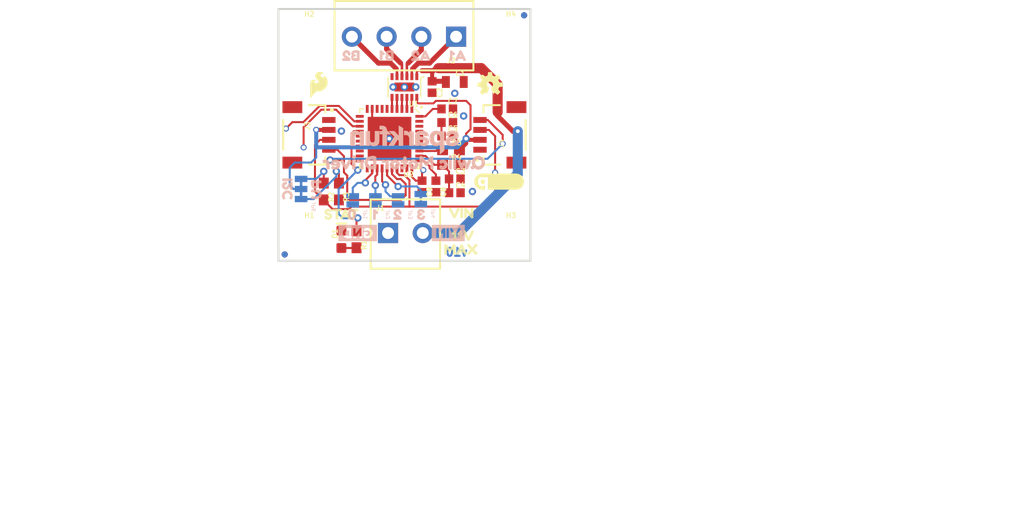
<source format=kicad_pcb>
(kicad_pcb (version 20211014) (generator pcbnew)
  (layers (0 "F.Cu" signal) (31 "B.Cu" signal) (34 "B.Paste" user) (35 "F.Paste" user) (36 "B.SilkS" user "B.Silkscreen") (37 "F.SilkS" user "F.Silkscreen") (38 "B.Mask" user) (39 "F.Mask" user) (44 "Edge.Cuts" user))
  (net 0 "")
  (net 1 "GND")
  (net 2 "N$1")
  (net 3 "VDDD")
  (net 4 "N$3")
  (net 5 "N$4")
  (net 6 "3.3V")
  (net 7 "~{RESET}")
  (net 8 "P2.1")
  (net 9 "P2.2")
  (net 10 "P2.3")
  (net 11 "P2.4")
  (net 12 "VIN")
  (net 13 "SCL")
  (net 14 "SDA")
  (net 15 "MODEB0")
  (net 16 "MODEB1")
  (net 17 "MODEB2")
  (net 18 "MODEB3")
  (net 19 "P3.2")
  (net 20 "P3.3")
  (net 21 "P2.0")
  (net 22 "N$10")
  (net 23 "AOUT1")
  (net 24 "AOUT2")
  (net 25 "BOUT1")
  (net 26 "BOUT2")
  (net 27 "N$11")
  (net 28 "N$12")
  (net 29 "SLED")
  (footprint "boardEagle:STAND-OFF" (layer "F.Cu") (at 138.3411 94.8436)
    (fp_text reference "H2" (at 0 -2.032) (layer "F.SilkS") (effects (font (size 0.512064 0.512064) (thickness 0.097536)) (justify left)))
    (fp_text value "STAND-OFF")
    (pad "" np_thru_hole circle (at 0 0) (size 3.302 3.302) (drill 3.302) (layers *.Cu *.Mask))
  )
  (footprint "boardEagle:MAX8" (layer "F.Cu") (at 151.5491 116.5606)
    (fp_text reference "U$14" hide)
    (fp_text value "" hide)
  )
  (footprint "boardEagle:JST04_1MM_RA" (layer "F.Cu") (at 140.8811 105.0036 -90)
    (fp_text reference "J3" (at -1.397 2.159 90) (layer "F.SilkS") (effects (font (size 0.512064 0.512064) (thickness 0.097536)) (justify right)))
    (fp_text value "Qwiic")
    (pad "1" smd rect (at -1.5 0 270) (size 0.6 1.35) (layers "F.Cu" "F.Paste" "F.Mask") (net 1 "GND"))
    (pad "2" smd rect (at -0.5 0 270) (size 0.6 1.35) (layers "F.Cu" "F.Paste" "F.Mask") (net 6 "3.3V"))
    (pad "3" smd rect (at 0.5 0 270) (size 0.6 1.35) (layers "F.Cu" "F.Paste" "F.Mask") (net 14 "SDA"))
    (pad "4" smd rect (at 1.5 0 270) (size 0.6 1.35) (layers "F.Cu" "F.Paste" "F.Mask") (net 13 "SCL"))
    (pad "NC1" smd rect (at 2.8 3.675 270) (size 1.2 2) (layers "F.Cu" "F.Paste" "F.Mask"))
    (pad "NC2" smd rect (at -2.8 3.675 270) (size 1.2 2) (layers "F.Cu" "F.Paste" "F.Mask"))
  )
  (footprint "boardEagle:0402" (layer "F.Cu") (at 150.2791 110.2106 -90)
    (fp_text reference "C9" (at 0 -0.762 90) (layer "F.SilkS") (effects (font (size 0.512064 0.512064) (thickness 0.097536)) (justify right)))
    (fp_text value "0.1uF")
    (pad "1" smd rect (at -0.58 0 270) (size 0.85 0.9) (layers "F.Cu" "F.Paste" "F.Mask") (net 7 "~{RESET}"))
    (pad "2" smd rect (at 0.58 0 270) (size 0.85 0.9) (layers "F.Cu" "F.Paste" "F.Mask") (net 1 "GND"))
  )
  (footprint "boardEagle:0603" (layer "F.Cu") (at 153.2001 106.553)
    (fp_text reference "R5" (at 0 -0.762) (layer "F.SilkS") (effects (font (size 0.512064 0.512064) (thickness 0.097536)) (justify left)))
    (fp_text value "1")
    (pad "1" smd rect (at -0.85 0) (size 1.1 1) (layers "F.Cu" "F.Paste" "F.Mask") (net 4 "N$3"))
    (pad "2" smd rect (at 0.85 0) (size 1.1 1) (layers "F.Cu" "F.Paste" "F.Mask") (net 6 "3.3V"))
  )
  (footprint "boardEagle:JST04_1MM_RA" (layer "F.Cu") (at 156.1211 105.0036 90)
    (fp_text reference "J4" (at -1.397 2.159 90) (layer "F.SilkS") (effects (font (size 0.512064 0.512064) (thickness 0.097536)) (justify left)))
    (fp_text value "Qwiic")
    (pad "1" smd rect (at -1.5 0 90) (size 0.6 1.35) (layers "F.Cu" "F.Paste" "F.Mask") (net 1 "GND"))
    (pad "2" smd rect (at -0.5 0 90) (size 0.6 1.35) (layers "F.Cu" "F.Paste" "F.Mask") (net 6 "3.3V"))
    (pad "3" smd rect (at 0.5 0 90) (size 0.6 1.35) (layers "F.Cu" "F.Paste" "F.Mask") (net 14 "SDA"))
    (pad "4" smd rect (at 1.5 0 90) (size 0.6 1.35) (layers "F.Cu" "F.Paste" "F.Mask") (net 13 "SCL"))
    (pad "NC1" smd rect (at 2.8 3.675 90) (size 1.2 2) (layers "F.Cu" "F.Paste" "F.Mask"))
    (pad "NC2" smd rect (at -2.8 3.675 90) (size 1.2 2) (layers "F.Cu" "F.Paste" "F.Mask"))
  )
  (footprint "boardEagle:FIDUCIAL-MICRO" (layer "F.Cu") (at 160.5661 92.9386)
    (fp_text reference "FD3" hide)
    (fp_text value "FIDUCIALUFIDUCIAL" hide)
    (pad "1" smd roundrect (at 0 0) (size 0.635 0.635) (layers "F.Cu" "F.Mask") (roundrect_rratio 0.5))
  )
  (footprint "boardEagle:TP_15TH" (layer "F.Cu") (at 139.6111 104.4956)
    (fp_text reference "TP1" hide)
    (fp_text value "" hide)
    (pad "P$1" thru_hole circle (at 0 0) (size 0.6096 0.6096) (drill 0.381) (layers *.Cu) (net 6 "3.3V"))
  )
  (footprint "boardEagle:SCREWTERMINAL-3.5MM-4" (layer "F.Cu") (at 153.7081 95.0976 180)
    (fp_text reference "J2" (at 0 -2.413) (layer "F.SilkS") (effects (font (size 0.512064 0.512064) (thickness 0.097536)) (justify right)))
    (fp_text value "Motor Connections")
    (pad "1" thru_hole rect (at 0 0 180) (size 2.032 2.032) (drill 1.2) (layers *.Cu *.Mask) (net 23 "AOUT1"))
    (pad "2" thru_hole circle (at 3.5 0 180) (size 2.032 2.032) (drill 1.2) (layers *.Cu *.Mask) (net 24 "AOUT2"))
    (pad "3" thru_hole circle (at 7 0 180) (size 2.032 2.032) (drill 1.2) (layers *.Cu *.Mask) (net 25 "BOUT1"))
    (pad "4" thru_hole circle (at 10.5 0 180) (size 2.032 2.032) (drill 1.2) (layers *.Cu *.Mask) (net 26 "BOUT2"))
  )
  (footprint "boardEagle:QFN-40" (layer "F.Cu") (at 147.0025 105.3846 180)
    (fp_text reference "U2" (at -2.5 -3.6) (layer "F.SilkS") (effects (font (size 0.512064 0.512064) (thickness 0.097536)) (justify right)))
    (fp_text value "CY8C4245LQI-483")
    (pad "1" smd rect (at -2.25 3 270) (size 0.8 0.2846) (layers "F.Cu" "F.Mask") (net 21 "P2.0"))
    (pad "2" smd rect (at -1.75 3 270) (size 0.8 0.2846) (layers "F.Cu" "F.Mask") (net 8 "P2.1"))
    (pad "3" smd rect (at -1.25 3 270) (size 0.8 0.2846) (layers "F.Cu" "F.Mask") (net 9 "P2.2"))
    (pad "4" smd rect (at -0.75 3 270) (size 0.8 0.2846) (layers "F.Cu" "F.Mask") (net 10 "P2.3"))
    (pad "5" smd rect (at -0.25 3 270) (size 0.8 0.2846) (layers "F.Cu" "F.Mask") (net 11 "P2.4"))
    (pad "6" smd rect (at 0.25 3 270) (size 0.8 0.2846) (layers "F.Cu" "F.Mask"))
    (pad "7" smd rect (at 0.75 3 270) (size 0.8 0.2846) (layers "F.Cu" "F.Mask"))
    (pad "8" smd rect (at 1.25 3 270) (size 0.8 0.2846) (layers "F.Cu" "F.Mask"))
    (pad "9" smd rect (at 1.75 3 270) (size 0.8 0.2846) (layers "F.Cu" "F.Mask") (net 1 "GND"))
    (pad "10" smd rect (at 2.25 3 270) (size 0.8 0.2846) (layers "F.Cu" "F.Mask"))
    (pad "11" smd rect (at 3 2.25) (size 0.8 0.2846) (layers "F.Cu" "F.Mask"))
    (pad "12" smd rect (at 3 1.75) (size 0.8 0.2846) (layers "F.Cu" "F.Mask") (net 19 "P3.2"))
    (pad "13" smd rect (at 3 1.25) (size 0.8 0.2846) (layers "F.Cu" "F.Mask") (net 20 "P3.3"))
    (pad "14" smd rect (at 3 0.75) (size 0.8 0.2846) (layers "F.Cu" "F.Mask") (net 29 "SLED"))
    (pad "15" smd rect (at 3 0.25) (size 0.8 0.2846) (layers "F.Cu" "F.Mask"))
    (pad "16" smd rect (at 3 -0.25) (size 0.8 0.2846) (layers "F.Cu" "F.Mask"))
    (pad "17" smd rect (at 3 -0.75) (size 0.8 0.2846) (layers "F.Cu" "F.Mask"))
    (pad "18" smd rect (at 3 -1.25) (size 0.8 0.2846) (layers "F.Cu" "F.Mask"))
    (pad "19" smd rect (at 3 -1.75) (size 0.8 0.2846) (layers "F.Cu" "F.Mask"))
    (pad "20" smd rect (at 3 -2.25) (size 0.8 0.2846) (layers "F.Cu" "F.Mask"))
    (pad "21" smd rect (at 2.25 -3 90) (size 0.8 0.2846) (layers "F.Cu" "F.Mask"))
    (pad "22" smd rect (at 1.75 -3 90) (size 0.8 0.2846) (layers "F.Cu" "F.Mask") (net 15 "MODEB0"))
    (pad "23" smd rect (at 1.25 -3 90) (size 0.8 0.2846) (layers "F.Cu" "F.Mask") (net 16 "MODEB1"))
    (pad "24" smd rect (at 0.75 -3 90) (size 0.8 0.2846) (layers "F.Cu" "F.Mask") (net 17 "MODEB2"))
    (pad "25" smd rect (at 0.25 -3 90) (size 0.8 0.2846) (layers "F.Cu" "F.Mask") (net 18 "MODEB3"))
    (pad "26" smd rect (at -0.25 -3 90) (size 0.8 0.2846) (layers "F.Cu" "F.Mask") (net 13 "SCL"))
    (pad "27" smd rect (at -0.75 -3 90) (size 0.8 0.2846) (layers "F.Cu" "F.Mask") (net 14 "SDA"))
    (pad "28" smd rect (at -1.25 -3 90) (size 0.8 0.2846) (layers "F.Cu" "F.Mask"))
    (pad "29" smd rect (at -1.75 -3 90) (size 0.8 0.2846) (layers "F.Cu" "F.Mask"))
    (pad "30" smd rect (at -2.25 -3 90) (size 0.8 0.2846) (layers "F.Cu" "F.Mask") (net 7 "~{RESET}"))
    (pad "31" smd rect (at -3 -2.25 180) (size 0.8 0.2846) (layers "F.Cu" "F.Mask") (net 2 "N$1"))
    (pad "32" smd rect (at -3 -1.75 180) (size 0.8 0.2846) (layers "F.Cu" "F.Mask") (net 3 "VDDD"))
    (pad "33" smd rect (at -3 -1.25 180) (size 0.8 0.2846) (layers "F.Cu" "F.Mask") (net 4 "N$3"))
    (pad "34" smd rect (at -3 -0.75 180) (size 0.8 0.2846) (layers "F.Cu" "F.Mask") (net 1 "GND"))
    (pad "35" smd rect (at -3 -0.25 180) (size 0.8 0.2846) (layers "F.Cu" "F.Mask"))
    (pad "36" smd rect (at -3 0.25 180) (size 0.8 0.2846) (layers "F.Cu" "F.Mask"))
    (pad "37" smd rect (at -3 0.75 180) (size 0.8 0.2846) (layers "F.Cu" "F.Mask"))
    (pad "38" smd rect (at -3 1.25 180) (size 0.8 0.2846) (layers "F.Cu" "F.Mask"))
    (pad "39" smd rect (at -3 1.75 180) (size 0.8 0.2846) (layers "F.Cu" "F.Mask"))
    (pad "40" smd rect (at -3 2.25 180) (size 0.8 0.2846) (layers "F.Cu" "F.Mask") (net 5 "N$4"))
    (pad "EP" smd rect (at 0 0 180) (size 4.4 4.4) (layers "F.Cu" "F.Mask") (net 1 "GND"))
  )
  (footprint "boardEagle:TP_15TH" (layer "F.Cu") (at 138.3411 106.2736)
    (fp_text reference "TP3" hide)
    (fp_text value "" hide)
    (pad "P$1" thru_hole circle (at 0 0) (size 0.6096 0.6096) (drill 0.381) (layers *.Cu) (net 20 "P3.3"))
  )
  (footprint "boardEagle:CREATIVE_COMMONS" (layer "F.Cu") (at 128.0541 142.9766)
    (fp_text reference "FRAME1" hide)
    (fp_text value "FRAME-LETTER" hide)
  )
  (footprint "boardEagle:0402" (layer "F.Cu") (at 152.8191 105.1306)
    (fp_text reference "C5" (at 0 -0.762) (layer "F.SilkS") (effects (font (size 0.512064 0.512064) (thickness 0.097536)) (justify left)))
    (fp_text value "1.0uF")
    (pad "1" smd rect (at -0.58 0) (size 0.85 0.9) (layers "F.Cu" "F.Paste" "F.Mask") (net 4 "N$3"))
    (pad "2" smd rect (at 0.58 0) (size 0.85 0.9) (layers "F.Cu" "F.Paste" "F.Mask") (net 1 "GND"))
  )
  (footprint "boardEagle:OSHW-LOGO-MINI" (layer "F.Cu") (at 157.1371 99.9236)
    (fp_text reference "LOGO2" hide)
    (fp_text value "OSHW-LOGOMINI" hide)
  )
  (footprint "boardEagle:VIN6" (layer "F.Cu") (at 152.0571 112.8776)
    (fp_text reference "U$15" hide)
    (fp_text value "" hide)
  )
  (footprint "boardEagle:TP_15TH" (layer "F.Cu") (at 150.4061 108.5596)
    (fp_text reference "TP4" hide)
    (fp_text value "" hide)
    (pad "P$1" thru_hole circle (at 0 0) (size 0.6096 0.6096) (drill 0.381) (layers *.Cu) (net 7 "~{RESET}"))
  )
  (footprint "boardEagle:FIDUCIAL-MICRO" (layer "F.Cu") (at 136.4361 117.0686)
    (fp_text reference "FD1" hide)
    (fp_text value "FIDUCIALUFIDUCIAL" hide)
    (pad "1" smd roundrect (at 0 0) (size 0.635 0.635) (layers "F.Cu" "F.Mask") (roundrect_rratio 0.5))
  )
  (footprint "boardEagle:0402" (layer "F.Cu") (at 151.2951 100.1776 -90)
    (fp_text reference "C2" (at 0 -0.762 90) (layer "F.SilkS") (effects (font (size 0.512064 0.512064) (thickness 0.097536)) (justify right)))
    (fp_text value "0.1uF")
    (pad "1" smd rect (at -0.58 0 270) (size 0.85 0.9) (layers "F.Cu" "F.Paste" "F.Mask") (net 12 "VIN"))
    (pad "2" smd rect (at 0.58 0 270) (size 0.85 0.9) (layers "F.Cu" "F.Paste" "F.Mask") (net 1 "GND"))
  )
  (footprint "boardEagle:11V7" (layer "F.Cu") (at 152.3111 115.1636)
    (fp_text reference "U$13" hide)
    (fp_text value "" hide)
  )
  (footprint "boardEagle:STAND-OFF" (layer "F.Cu") (at 158.6611 94.8436)
    (fp_text reference "H4" (at 0 -2.032) (layer "F.SilkS") (effects (font (size 0.512064 0.512064) (thickness 0.097536)) (justify left)))
    (fp_text value "STAND-OFF")
    (pad "" np_thru_hole circle (at 0 0) (size 3.302 3.302) (drill 3.302) (layers *.Cu *.Mask))
  )
  (footprint "boardEagle:0603" (layer "F.Cu") (at 143.6751 115.5446 -90)
    (fp_text reference "R1" (at 0 -0.762 90) (layer "F.SilkS") (effects (font (size 0.512064 0.512064) (thickness 0.097536)) (justify right)))
    (fp_text value "470")
    (pad "1" smd rect (at -0.85 0 270) (size 1.1 1) (layers "F.Cu" "F.Paste" "F.Mask") (net 29 "SLED"))
    (pad "2" smd rect (at 0.85 0 270) (size 1.1 1) (layers "F.Cu" "F.Paste" "F.Mask") (net 22 "N$10"))
  )
  (footprint "boardEagle:QWIIC_5MM" (layer "F.Cu") (at 158.0261 109.7026)
    (fp_text reference "U$1" hide)
    (fp_text value "QWIIC_LOGO_5MM" hide)
  )
  (footprint "boardEagle:STAND-OFF" (layer "F.Cu") (at 158.6611 115.1636)
    (fp_text reference "H3" (at 0 -2.032) (layer "F.SilkS") (effects (font (size 0.512064 0.512064) (thickness 0.097536)) (justify left)))
    (fp_text value "STAND-OFF")
    (pad "" np_thru_hole circle (at 0 0) (size 3.302 3.302) (drill 3.302) (layers *.Cu *.Mask))
  )
  (footprint "boardEagle:0402" (layer "F.Cu") (at 152.8191 103.759)
    (fp_text reference "C6" (at 0 -0.762) (layer "F.SilkS") (effects (font (size 0.512064 0.512064) (thickness 0.097536)) (justify left)))
    (fp_text value "0.1uF")
    (pad "1" smd rect (at -0.58 0) (size 0.85 0.9) (layers "F.Cu" "F.Paste" "F.Mask") (net 4 "N$3"))
    (pad "2" smd rect (at 0.58 0) (size 0.85 0.9) (layers "F.Cu" "F.Paste" "F.Mask") (net 1 "GND"))
  )
  (footprint "boardEagle:SFE_LOGO_FLAME_.1" (layer "F.Cu") (at 139.8651 99.9236)
    (fp_text reference "U$19" hide)
    (fp_text value "" hide)
  )
  (footprint "boardEagle:0402" (layer "F.Cu") (at 153.5811 109.4486)
    (fp_text reference "C3" (at 0 -0.762) (layer "F.SilkS") (effects (font (size 0.512064 0.512064) (thickness 0.097536)) (justify left)))
    (fp_text value "1.0uF")
    (pad "1" smd rect (at -0.58 0) (size 0.85 0.9) (layers "F.Cu" "F.Paste" "F.Mask") (net 3 "VDDD"))
    (pad "2" smd rect (at 0.58 0) (size 0.85 0.9) (layers "F.Cu" "F.Paste" "F.Mask") (net 1 "GND"))
  )
  (footprint "boardEagle:STAND-OFF" (layer "F.Cu") (at 138.3411 115.1636)
    (fp_text reference "H1" (at 0 -2.032) (layer "F.SilkS") (effects (font (size 0.512064 0.512064) (thickness 0.097536)) (justify left)))
    (fp_text value "STAND-OFF")
    (pad "" np_thru_hole circle (at 0 0) (size 3.302 3.302) (drill 3.302) (layers *.Cu *.Mask))
  )
  (footprint "boardEagle:0603" (layer "F.Cu") (at 153.2001 108.0262)
    (fp_text reference "R4" (at 0 -0.762) (layer "F.SilkS") (effects (font (size 0.512064 0.512064) (thickness 0.097536)) (justify left)))
    (fp_text value "1")
    (pad "1" smd rect (at -0.85 0) (size 1.1 1) (layers "F.Cu" "F.Paste" "F.Mask") (net 3 "VDDD"))
    (pad "2" smd rect (at 0.85 0) (size 1.1 1) (layers "F.Cu" "F.Paste" "F.Mask") (net 6 "3.3V"))
  )
  (footprint "boardEagle:STAT4" (layer "F.Cu") (at 139.4841 113.0046)
    (fp_text reference "U$2" hide)
    (fp_text value "" hide)
  )
  (footprint "boardEagle:TP_15TH" (layer "F.Cu") (at 158.4071 105.8926)
    (fp_text reference "TP6" hide)
    (fp_text value "" hide)
    (pad "P$1" thru_hole circle (at 0 0) (size 0.6096 0.6096) (drill 0.381) (layers *.Cu) (net 13 "SCL"))
  )
  (footprint "boardEagle:0402" (layer "F.Cu") (at 151.6761 110.2106 -90)
    (fp_text reference "C8" (at 0 -0.762 90) (layer "F.SilkS") (effects (font (size 0.512064 0.512064) (thickness 0.097536)) (justify right)))
    (fp_text value "1.0uF")
    (pad "1" smd rect (at -0.58 0 270) (size 0.85 0.9) (layers "F.Cu" "F.Paste" "F.Mask") (net 2 "N$1"))
    (pad "2" smd rect (at 0.58 0 270) (size 0.85 0.9) (layers "F.Cu" "F.Paste" "F.Mask") (net 1 "GND"))
  )
  (footprint "boardEagle:0402" (layer "F.Cu") (at 153.5811 110.8456)
    (fp_text reference "C4" (at 0 -0.762) (layer "F.SilkS") (effects (font (size 0.512064 0.512064) (thickness 0.097536)) (justify left)))
    (fp_text value "0.1uF")
    (pad "1" smd rect (at -0.58 0) (size 0.85 0.9) (layers "F.Cu" "F.Paste" "F.Mask") (net 3 "VDDD"))
    (pad "2" smd rect (at 0.58 0) (size 0.85 0.9) (layers "F.Cu" "F.Paste" "F.Mask") (net 1 "GND"))
  )
  (footprint "boardEagle:TP_15TH" (layer "F.Cu") (at 157.6451 108.8136)
    (fp_text reference "TP5" hide)
    (fp_text value "" hide)
    (pad "P$1" thru_hole circle (at 0 0) (size 0.6096 0.6096) (drill 0.381) (layers *.Cu) (net 14 "SDA"))
  )
  (footprint "boardEagle:0805" (layer "F.Cu") (at 153.5811 99.6696)
    (fp_text reference "C1" (at 0 -0.889) (layer "F.SilkS") (effects (font (size 0.512064 0.512064) (thickness 0.097536)) (justify left)))
    (fp_text value "10uF")
    (pad "1" smd rect (at -0.9 0) (size 0.8 1.2) (layers "F.Cu" "F.Paste" "F.Mask") (net 12 "VIN"))
    (pad "2" smd rect (at 0.9 0) (size 0.8 1.2) (layers "F.Cu" "F.Paste" "F.Mask") (net 1 "GND"))
  )
  (footprint "boardEagle:TP_15TH" (layer "F.Cu") (at 136.5631 104.3686)
    (fp_text reference "TP2" hide)
    (fp_text value "" hide)
    (pad "P$1" thru_hole circle (at 0 0) (size 0.6096 0.6096) (drill 0.381) (layers *.Cu) (net 19 "P3.2"))
  )
  (footprint "boardEagle:LED-0603" (layer "F.Cu") (at 142.1511 115.5446 90)
    (fp_text reference "D1" (at 0 -0.635 90) (layer "F.SilkS") (effects (font (size 0.512064 0.512064) (thickness 0.097536)) (justify left)))
    (fp_text value "BLUE")
    (pad "A" smd roundrect (at -0.877 0) (size 1 1) (layers "F.Cu" "F.Paste" "F.Mask") (roundrect_rratio 0.15) (net 22 "N$10"))
    (pad "C" smd roundrect (at 0.877 0) (size 1 1) (layers "F.Cu" "F.Paste" "F.Mask") (roundrect_rratio 0.15) (net 1 "GND"))
  )
  (footprint "boardEagle:0402" (layer "F.Cu") (at 152.8191 102.3874)
    (fp_text reference "C7" (at 0 -0.762) (layer "F.SilkS") (effects (font (size 0.512064 0.512064) (thickness 0.097536)) (justify left)))
    (fp_text value "1.0uF")
    (pad "1" smd rect (at -0.58 0) (size 0.85 0.9) (layers "F.Cu" "F.Paste" "F.Mask") (net 5 "N$4"))
    (pad "2" smd rect (at 0.58 0) (size 0.85 0.9) (layers "F.Cu" "F.Paste" "F.Mask") (net 1 "GND"))
  )
  (footprint "boardEagle:WSON-12" (layer "F.Cu") (at 148.5011 100.1776 180)
    (fp_text reference "U1" (at -1.51 -1.7) (layer "F.SilkS") (effects (font (size 0.512064 0.512064) (thickness 0.097536)) (justify right)))
    (fp_text value "DRV8835")
    (pad "1" smd rect (at -1.25 1.05 90) (size 0.7 0.3) (layers "F.Cu" "F.Mask") (net 12 "VIN"))
    (pad "2" smd rect (at -0.75 1.05 90) (size 0.7 0.3) (layers "F.Cu" "F.Mask") (net 23 "AOUT1"))
    (pad "3" smd rect (at -0.25 1.05 90) (size 0.7 0.3) (layers "F.Cu" "F.Mask") (net 24 "AOUT2"))
    (pad "4" smd rect (at 0.25 1.05 90) (size 0.7 0.3) (layers "F.Cu" "F.Mask") (net 25 "BOUT1"))
    (pad "5" smd rect (at 0.75 1.05 90) (size 0.7 0.3) (layers "F.Cu" "F.Mask") (net 26 "BOUT2"))
    (pad "6" smd rect (at 1.25 1.05 90) (size 0.7 0.3) (layers "F.Cu" "F.Mask") (net 1 "GND"))
    (pad "7" smd rect (at 1.25 -1.05 270) (size 0.7 0.3) (layers "F.Cu" "F.Mask") (net 11 "P2.4"))
    (pad "8" smd rect (at 0.75 -1.05 270) (size 0.7 0.3) (layers "F.Cu" "F.Mask") (net 10 "P2.3"))
    (pad "9" smd rect (at 0.25 -1.05 270) (size 0.7 0.3) (layers "F.Cu" "F.Mask") (net 9 "P2.2"))
    (pad "10" smd rect (at -0.25 -1.05 270) (size 0.7 0.3) (layers "F.Cu" "F.Mask") (net 8 "P2.1"))
    (pad "11" smd rect (at -0.75 -1.05 270) (size 0.7 0.3) (layers "F.Cu" "F.Mask") (net 21 "P2.0"))
    (pad "12" smd rect (at -1.25 -1.05 270) (size 0.7 0.3) (layers "F.Cu" "F.Mask") (net 6 "3.3V"))
    (pad "PAD" smd rect (at 0 0 180) (size 2 0.9) (layers "F.Cu" "F.Mask") (net 1 "GND"))
  )
  (footprint "boardEagle:0603" (layer "F.Cu") (at 140.3731 110.7186 -90)
    (fp_text reference "R2" (at 0 -0.762 90) (layer "F.SilkS") (effects (font (size 0.512064 0.512064) (thickness 0.097536)) (justify right)))
    (fp_text value "4.7k")
    (pad "1" smd rect (at -0.85 0 270) (size 1.1 1) (layers "F.Cu" "F.Paste" "F.Mask") (net 28 "N$12"))
    (pad "2" smd rect (at 0.85 0 270) (size 1.1 1) (layers "F.Cu" "F.Paste" "F.Mask") (net 14 "SDA"))
  )
  (footprint "boardEagle:0603" (layer "F.Cu") (at 141.8971 110.7186 -90)
    (fp_text reference "R3" (at 0 -0.762 90) (layer "F.SilkS") (effects (font (size 0.512064 0.512064) (thickness 0.097536)) (justify right)))
    (fp_text value "4.7k")
    (pad "1" smd rect (at -0.85 0 270) (size 1.1 1) (layers "F.Cu" "F.Paste" "F.Mask") (net 27 "N$11"))
    (pad "2" smd rect (at 0.85 0 270) (size 1.1 1) (layers "F.Cu" "F.Paste" "F.Mask") (net 13 "SCL"))
  )
  (footprint "boardEagle:SCREWTERMINAL-3.5MM-2" (layer "F.Cu") (at 146.8501 114.9096)
    (fp_text reference "J1" (at -1.27 -2.54) (layer "F.SilkS") (effects (font (size 0.512064 0.512064) (thickness 0.097536)) (justify left)))
    (fp_text value "Power In")
    (pad "1" thru_hole rect (at 0 0) (size 2.032 2.032) (drill 1.2) (layers *.Cu *.Mask) (net 1 "GND"))
    (pad "2" thru_hole circle (at 3.5 0) (size 2.032 2.032) (drill 1.2) (layers *.Cu *.Mask) (net 12 "VIN"))
  )
  (footprint "boardEagle:38" (layer "B.Cu") (at 151.6761 113.03 180)
    (fp_text reference "U$8" hide)
    (fp_text value "" hide)
  )
  (footprint "boardEagle:GND3" (layer "B.Cu") (at 146.2151 114.9096 180)
    (fp_text reference "U$3" hide)
    (fp_text value "" hide)
  )
  (footprint "boardEagle:QWIIC_MOTOR_DRIVER0" (layer "B.Cu") (at 157.7721 107.7976 180)
    (fp_text reference "U$18" hide)
    (fp_text value "" hide)
  )
  (footprint "boardEagle:PU1" (layer "B.Cu") (at 139.6111 108.6866 -90)
    (fp_text reference "U$17" hide)
    (fp_text value "" hide)
  )
  (footprint "boardEagle:FIDUCIAL-MICRO" (layer "B.Cu") (at 160.5661 92.9386 180)
    (fp_text reference "FD4" hide)
    (fp_text value "FIDUCIALUFIDUCIAL" hide)
    (pad "1" smd roundrect (at 0 0 180) (size 0.635 0.635) (layers "B.Cu" "B.Mask") (roundrect_rratio 0.5))
  )
  (footprint "boardEagle:SMT-JUMPER_2_NO_NO-SILK" (layer "B.Cu") (at 143.2941 111.6076 90)
    (fp_text reference "JP1" (at -0.908 1.27 90) (layer "B.SilkS") (effects (font (size 0.367386 0.367386) (thickness 0.039014)) (justify left mirror)))
    (fp_text value "JUMPER-PAD-2")
    (pad "1" smd rect (at -0.4064 0 90) (size 0.635 1.27) (layers "B.Cu" "B.Mask") (net 1 "GND"))
    (pad "2" smd rect (at 0.4064 0 90) (size 0.635 1.27) (layers "B.Cu" "B.Mask") (net 15 "MODEB0"))
  )
  (footprint "boardEagle:B112" (layer "B.Cu") (at 148.3741 97.0026 180)
    (fp_text reference "U$11" hide)
    (fp_text value "" hide)
  )
  (footprint "boardEagle:27" (layer "B.Cu") (at 149.1361 113.03 180)
    (fp_text reference "U$7" hide)
    (fp_text value "" hide)
  )
  (footprint "boardEagle:I2C0" (layer "B.Cu") (at 136.6901 108.4326 -90)
    (fp_text reference "U$16" hide)
    (fp_text value "" hide)
  )
  (footprint "boardEagle:VIN2" (layer "B.Cu") (at 155.1051 114.9096 180)
    (fp_text reference "U$4" hide)
    (fp_text value "" hide)
  )
  (footprint "boardEagle:A211" (layer "B.Cu") (at 152.0571 97.0026 180)
    (fp_text reference "U$10" hide)
    (fp_text value "" hide)
  )
  (footprint "boardEagle:16" (layer "B.Cu") (at 146.9771 113.03 180)
    (fp_text reference "U$6" hide)
    (fp_text value "" hide)
  )
  (footprint "boardEagle:FIDUCIAL-MICRO" (layer "B.Cu") (at 136.4361 117.0686 180)
    (fp_text reference "FD2" hide)
    (fp_text value "FIDUCIALUFIDUCIAL" hide)
    (pad "1" smd roundrect (at 0 0 180) (size 0.635 0.635) (layers "B.Cu" "B.Mask") (roundrect_rratio 0.5))
  )
  (footprint "boardEagle:B213" (layer "B.Cu") (at 144.9451 97.0026 180)
    (fp_text reference "U$12" hide)
    (fp_text value "" hide)
  )
  (footprint "boardEagle:SMT-JUMPER_2_NO_NO-SILK" (layer "B.Cu") (at 147.8661 111.6076 90)
    (fp_text reference "JP3" (at -0.908 1.27 90) (layer "B.SilkS") (effects (font (size 0.367386 0.367386) (thickness 0.039014)) (justify left mirror)))
    (fp_text value "JUMPER-PAD-2")
    (pad "1" smd rect (at -0.4064 0 90) (size 0.635 1.27) (layers "B.Cu" "B.Mask") (net 1 "GND"))
    (pad "2" smd rect (at 0.4064 0 90) (size 0.635 1.27) (layers "B.Cu" "B.Mask") (net 17 "MODEB2"))
  )
  (footprint "boardEagle:A110" (layer "B.Cu") (at 155.6131 97.0026 180)
    (fp_text reference "U$9" hide)
    (fp_text value "" hide)
  )
  (footprint "boardEagle:SMT-JUMPER_3_2-NC_TRACE_NO-SILK" (layer "B.Cu") (at 138.0871 110.4646 90)
    (fp_text reference "JP6" (at -1.27 1.27 90) (layer "B.SilkS") (effects (font (size 0.367386 0.367386) (thickness 0.039014)) (justify left mirror)))
    (fp_text value "JUMPER-SMT_3_2-NC_TRACE_NO-SILK")
    (fp_poly (pts (xy -0.7112 -0.127) (xy -0.3048 -0.127) (xy -0.3048 0.127) (xy -0.7112 0.127)) (layer "B.Cu") (width 0) (fill solid))
    (fp_poly (pts (xy 0.3048 -0.127) (xy 0.7112 -0.127) (xy 0.7112 0.127) (xy 0.3048 0.127)) (layer "B.Cu") (width 0) (fill solid))
    (pad "1" smd rect (at -1.016 0 90) (size 0.635 1.27) (layers "B.Cu" "B.Mask") (net 27 "N$11"))
    (pad "2" smd rect (at 0 0 90) (size 0.635 1.27) (layers "B.Cu" "B.Mask") (net 6 "3.3V"))
    (pad "3" smd rect (at 1.016 0 90) (size 0.635 1.27) (layers "B.Cu" "B.Mask") (net 28 "N$12"))
  )
  (footprint "boardEagle:SMT-JUMPER_2_NO_NO-SILK" (layer "B.Cu") (at 145.5801 111.6076 90)
    (fp_text reference "JP2" (at -0.908 1.27 90) (layer "B.SilkS") (effects (font (size 0.367386 0.367386) (thickness 0.039014)) (justify left mirror)))
    (fp_text value "JUMPER-PAD-2")
    (pad "1" smd rect (at -0.4064 0 90) (size 0.635 1.27) (layers "B.Cu" "B.Mask") (net 1 "GND"))
    (pad "2" smd rect (at 0.4064 0 90) (size 0.635 1.27) (layers "B.Cu" "B.Mask") (net 16 "MODEB1"))
  )
  (footprint "boardEagle:SMT-JUMPER_2_NC_TRACE_NO-SILK" (layer "B.Cu") (at 150.1521 111.4806 90)
    (fp_text reference "JP4" (at -0.908 1.27 90) (layer "B.SilkS") (effects (font (size 0.367386 0.367386) (thickness 0.039014)) (justify left mirror)))
    (fp_text value "JUMPER-PAD-2")
    (fp_poly (pts (xy -0.2032 -0.127) (xy 0.2032 -0.127) (xy 0.2032 0.127) (xy -0.2032 0.127)) (layer "B.Cu") (width 0) (fill solid))
    (pad "1" smd rect (at -0.508 0 90) (size 0.635 1.27) (layers "B.Cu" "B.Mask") (net 1 "GND"))
    (pad "2" smd rect (at 0.508 0 90) (size 0.635 1.27) (layers "B.Cu" "B.Mask") (net 18 "MODEB3"))
  )
  (footprint "boardEagle:05" (layer "B.Cu") (at 144.5641 113.03 180)
    (fp_text reference "U$5" hide)
    (fp_text value "" hide)
  )
  (footprint "boardEagle:SFE_LOGO_NAME_.1" (layer "B.Cu") (at 148.5011 105.5116 180)
    (fp_text reference "LOGO3" hide)
    (fp_text value "SFE_LOGO_NAME.1_INCH" hide)
  )
  (gr_line (start 161.2011 92.3036) (end 135.8011 92.3036) (layer "Edge.Cuts") (width 0.2032))
  (gr_line (start 161.2011 117.7036) (end 161.2011 92.3036) (layer "Edge.Cuts") (width 0.2032))
  (gr_line (start 135.8011 117.7036) (end 161.2011 117.7036) (layer "Edge.Cuts") (width 0.2032))
  (gr_line (start 135.8011 92.3036) (end 135.8011 117.7036) (layer "Edge.Cuts") (width 0.2032))
  (gr_text "v10" (at 154.9781 117.3226) (layer "B.Cu") (effects (font (size 0.8128 0.8128) (thickness 0.2032)) (justify left bottom mirror)))
  (segment (start 150.0025 106.1346) (end 147.7271 106.1346) (width 0.2032) (layer "F.Cu") (net 1))
  (segment (start 145.2525 102.3846) (end 145.2525 103.66) (width 0.2032) (layer "F.Cu") (net 1))
  (segment (start 145.2525 103.66) (end 146.9771 105.3846) (width 0.2032) (layer "F.Cu") (net 1))
  (segment (start 147.7271 106.1346) (end 146.9771 105.3846) (width 0.2032) (layer "F.Cu") (net 1))
  (via (at 142.1511 104.6226) (size 0.7366) (drill 0.381) (layers "F.Cu" "B.Cu") (net 1))
  (via (at 153.5811 100.8126) (size 0.7366) (drill 0.381) (layers "F.Cu" "B.Cu") (net 1))
  (via (at 147.3581 100.1776) (size 0.7366) (drill 0.381) (layers "F.Cu" "B.Cu") (net 1))
  (via (at 148.5011 100.1776) (size 0.7366) (drill 0.381) (layers "F.Cu" "B.Cu") (net 1))
  (via (at 154.4701 103.0986) (size 0.7366) (drill 0.381) (layers "F.Cu" "B.Cu") (net 1))
  (via (at 149.6441 100.1776) (size 0.7366) (drill 0.381) (layers "F.Cu" "B.Cu") (net 1))
  (via (at 146.9771 105.3846) (size 0.7366) (drill 0.381) (layers "F.Cu" "B.Cu") (net 1))
  (via (at 155.3591 110.7186) (size 0.7366) (drill 0.381) (layers "F.Cu" "B.Cu") (net 1))
  (segment (start 151.0411 108.1786) (end 151.0411 108.3606) (width 0.2032) (layer "F.Cu") (net 2))
  (segment (start 150.4971 107.6346) (end 151.0411 108.1786) (width 0.2032) (layer "F.Cu") (net 2))
  (segment (start 151.6761 109.6306) (end 151.6761 108.9956) (width 0.2032) (layer "F.Cu") (net 2))
  (segment (start 151.6761 108.9956) (end 151.0411 108.3606) (width 0.2032) (layer "F.Cu") (net 2))
  (segment (start 150.0025 107.6346) (end 150.4971 107.6346) (width 0.2032) (layer "F.Cu") (net 2))
  (segment (start 153.0011 108.6866) (end 152.5651 108.2506) (width 0.2032) (layer "F.Cu") (net 3))
  (segment (start 152.3501 108.0262) (end 151.5237 108.0262) (width 0.2032) (layer "F.Cu") (net 3))
  (segment (start 152.3501 108.0262) (end 152.5651 108.0262) (width 0.2032) (layer "F.Cu") (net 3))
  (segment (start 150.0025 107.1346) (end 150.6321 107.1346) (width 0.2032) (layer "F.Cu") (net 3))
  (segment (start 153.0011 110.8456) (end 153.0011 109.4486) (width 0.2032) (layer "F.Cu") (net 3))
  (segment (start 152.5651 108.2506) (end 152.5651 108.0262) (width 0.2032) (layer "F.Cu") (net 3))
  (segment (start 150.6321 107.1346) (end 151.5237 108.0262) (width 0.2032) (layer "F.Cu") (net 3))
  (segment (start 153.0011 109.4486) (end 153.0011 108.6866) (width 0.2032) (layer "F.Cu") (net 3))
  (segment (start 152.2391 105.1306) (end 152.2391 106.2016) (width 0.2032) (layer "F.Cu") (net 4))
  (segment (start 152.2391 106.2016) (end 152.5651 106.5276) (width 0.2032) (layer "F.Cu") (net 4))
  (segment (start 151.8031 106.5276) (end 152.5651 106.5276) (width 0.2032) (layer "F.Cu") (net 4))
  (segment (start 152.2391 103.759) (end 152.2391 105.1306) (width 0.2032) (layer "F.Cu") (net 4))
  (segment (start 152.3501 106.553) (end 152.5905 106.553) (width 0.2032) (layer "F.Cu") (net 4))
  (segment (start 150.0025 106.6346) (end 151.6961 106.6346) (width 0.2032) (layer "F.Cu") (net 4))
  (segment (start 151.6961 106.6346) (end 151.8031 106.5276) (width 0.2032) (layer "F.Cu") (net 4))
  (segment (start 152.5905 106.553) (end 152.5651 106.5276) (width 0.2032) (layer "F.Cu") (net 4))
  (segment (start 150.6241 103.1346) (end 151.3713 102.3874) (width 0.2032) (layer "F.Cu") (net 5))
  (segment (start 152.2391 102.3874) (end 151.3713 102.3874) (width 0.2032) (layer "F.Cu") (net 5))
  (segment (start 150.0025 103.1346) (end 150.6241 103.1346) (width 0.2032) (layer "F.Cu") (net 5))
  (segment (start 154.0501 106.553) (end 154.0501 108.0262) (width 0.2032) (layer "F.Cu") (net 6))
  (segment (start 154.0501 106.553) (end 154.7241 105.879) (width 0.4064) (layer "F.Cu") (net 6))
  (segment (start 140.8811 104.5036) (end 140.0001 104.5036) (width 0.4064) (layer "F.Cu") (net 6))
  (segment (start 139.6111 104.4956) (end 139.9921 104.4956) (width 0.4064) (layer "F.Cu") (net 6))
  (segment (start 154.7241 101.5746) (end 155.1667 102.0172) (width 0.2032) (layer "F.Cu") (net 6))
  (segment (start 154.8431 105.5036) (end 154.7241 105.3846) (width 0.4064) (layer "F.Cu") (net 6))
  (segment (start 154.7241 101.5746) (end 151.6761 101.5746) (width 0.2032) (layer "F.Cu") (net 6))
  (segment (start 155.1667 104.434) (end 154.7241 104.8766) (width 0.2032) (layer "F.Cu") (net 6))
  (segment (start 154.7241 105.879) (end 154.7241 105.3846) (width 0.4064) (layer "F.Cu") (net 6))
  (segment (start 151.6761 101.5746) (end 151.4221 101.8286) (width 0.2032) (layer "F.Cu") (net 6))
  (segment (start 154.7241 104.8766) (end 154.7241 105.3846) (width 0.2032) (layer "F.Cu") (net 6))
  (segment (start 156.1211 105.5036) (end 154.8431 105.5036) (width 0.4064) (layer "F.Cu") (net 6))
  (segment (start 149.8981 101.8286) (end 149.7511 101.6816) (width 0.2032) (layer "F.Cu") (net 6))
  (segment (start 149.7511 101.6816) (end 149.7511 101.2276) (width 0.2032) (layer "F.Cu") (net 6))
  (segment (start 139.9921 104.4956) (end 140.0001 104.5036) (width 0.4064) (layer "F.Cu") (net 6))
  (segment (start 151.4221 101.8286) (end 149.8981 101.8286) (width 0.2032) (layer "F.Cu") (net 6))
  (segment (start 155.1667 102.0172) (end 155.1667 104.434) (width 0.2032) (layer "F.Cu") (net 6))
  (via (at 154.7241 105.3846) (size 0.7366) (drill 0.381) (layers "F.Cu" "B.Cu") (net 6))
  (segment (start 137.3251 110.4646) (end 136.9441 110.0836) (width 0.2032) (layer "B.Cu") (net 6))
  (segment (start 154.7241 105.3846) (end 153.848593 106.260107) (width 0.4064) (layer "B.Cu") (net 6))
  (segment (start 136.9441 110.0836) (end 136.9441 108.3056) (width 0.2032) (layer "B.Cu") (net 6))
  (segment (start 139.6111 104.4956) (end 139.6111 106.260107) (width 0.4064) (layer "B.Cu") (net 6))
  (segment (start 137.4521 107.7976) (end 139.1031 107.7976) (width 0.2032) (layer "B.Cu") (net 6))
  (segment (start 139.1031 107.7976) (end 139.6111 107.2896) (width 0.2032) (layer "B.Cu") (net 6))
  (segment (start 153.848593 106.260107) (end 139.6111 106.260107) (width 0.4064) (layer "B.Cu") (net 6))
  (segment (start 139.6111 107.2896) (end 139.6111 106.260107) (width 0.2032) (layer "B.Cu") (net 6))
  (segment (start 136.9441 108.3056) (end 137.4521 107.7976) (width 0.2032) (layer "B.Cu") (net 6))
  (segment (start 138.0871 110.4646) (end 137.3251 110.4646) (width 0.2032) (layer "B.Cu") (net 6))
  (segment (start 150.2791 108.6866) (end 150.2791 109.6306) (width 0.2032) (layer "F.Cu") (net 7))
  (segment (start 150.4061 108.5596) (end 150.2791 108.6866) (width 0.2032) (layer "F.Cu") (net 7))
  (segment (start 149.2525 108.3846) (end 149.2525 109.239) (width 0.2032) (layer "F.Cu") (net 7))
  (segment (start 149.2525 109.239) (end 149.6441 109.6306) (width 0.2032) (layer "F.Cu") (net 7))
  (segment (start 150.2791 109.6306) (end 149.6441 109.6306) (width 0.2032) (layer "F.Cu") (net 7))
  (segment (start 148.7511 101.2276) (end 148.7525 101.229) (width 0.2032) (layer "F.Cu") (net 8))
  (segment (start 148.7525 101.229) (end 148.7525 102.3846) (width 0.2032) (layer "F.Cu") (net 8))
  (segment (start 148.2525 101.229) (end 148.2525 102.3846) (width 0.2032) (layer "F.Cu") (net 9))
  (segment (start 148.2511 101.2276) (end 148.2525 101.229) (width 0.2032) (layer "F.Cu") (net 9))
  (segment (start 147.7511 101.2276) (end 147.7511 102.3832) (width 0.2032) (layer "F.Cu") (net 10))
  (segment (start 147.7511 102.3832) (end 147.7525 102.3846) (width 0.2032) (layer "F.Cu") (net 10))
  (segment (start 147.2511 101.2276) (end 147.2511 102.3832) (width 0.2032) (layer "F.Cu") (net 11))
  (segment (start 147.2511 102.3832) (end 147.2525 102.3846) (width 0.2032) (layer "F.Cu") (net 11))
  (segment (start 157.8991 103.0986) (end 157.8991 102.7176) (width 0.508) (layer "F.Cu") (net 12))
  (segment (start 157.8991 102.7176) (end 157.8991 99.9236) (width 1.016) (layer "F.Cu") (net 12))
  (segment (start 151.6761 98.2726) (end 151.9301 98.2726) (width 0.508) (layer "F.Cu") (net 12))
  (segment (start 151.2951 99.5976) (end 151.2951 98.6536) (width 0.4064) (layer "F.Cu") (net 12))
  (segment (start 156.2481 98.2726) (end 151.9301 98.2726) (width 1.016) (layer "F.Cu") (net 12))
  (segment (start 152.6091 99.5976) (end 152.6811 99.6696) (width 0.508) (layer "F.Cu") (net 12))
  (segment (start 159.4358 104.6353) (end 159.9311 104.6353) (width 0.508) (layer "F.Cu") (net 12))
  (segment (start 149.8981 98.5266) (end 150.2791 98.5266) (width 0.2032) (layer "F.Cu") (net 12))
  (segment (start 151.2951 98.6536) (end 151.6761 98.2726) (width 0.508) (layer "F.Cu") (net 12))
  (segment (start 157.8991 99.9236) (end 156.2481 98.2726) (width 1.016) (layer "F.Cu") (net 12))
  (segment (start 149.7511 99.1276) (end 149.7511 98.6736) (width 0.2032) (layer "F.Cu") (net 12))
  (segment (start 157.8991 103.0986) (end 159.4358 104.6353) (width 0.508) (layer "F.Cu") (net 12))
  (segment (start 150.2791 98.5266) (end 151.2951 98.5266) (width 0.508) (layer "F.Cu") (net 12))
  (segment (start 149.7511 98.6736) (end 149.8981 98.5266) (width 0.2032) (layer "F.Cu") (net 12))
  (segment (start 151.2951 99.5976) (end 152.6091 99.5976) (width 0.508) (layer "F.Cu") (net 12))
  (segment (start 151.2951 98.6536) (end 151.2951 98.5266) (width 0.4064) (layer "F.Cu") (net 12))
  (via (at 159.9311 104.6353) (size 0.7366) (drill 0.381) (layers "F.Cu" "B.Cu") (net 12))
  (segment (start 159.9311 104.6353) (end 159.9311 108.9406) (width 1.016) (layer "B.Cu") (net 12))
  (segment (start 153.9621 114.9096) (end 159.9311 108.9406) (width 1.016) (layer "B.Cu") (net 12))
  (segment (start 150.3501 114.9096) (end 153.9621 114.9096) (width 1.016) (layer "B.Cu") (net 12))
  (segment (start 142.4051 108.786613) (end 142.4051 107.5436) (width 0.2032) (layer "F.Cu") (net 13))
  (segment (start 140.8811 106.5036) (end 141.7461 106.5036) (width 0.2032) (layer "F.Cu") (net 13))
  (segment (start 156.9071 103.5036) (end 158.4071 105.0036) (width 0.2032) (layer "F.Cu") (net 13))
  (segment (start 142.7353 109.116813) (end 142.4051 108.786613) (width 0.2032) (layer "F.Cu") (net 13))
  (segment (start 141.0081 107.5436) (end 142.4051 107.5436) (width 0.2032) (layer "F.Cu") (net 13))
  (segment (start 142.4051 107.1626) (end 142.4051 107.5436) (width 0.2032) (layer "F.Cu") (net 13))
  (segment (start 141.7461 106.5036) (end 142.4051 107.1626) (width 0.2032) (layer "F.Cu") (net 13))
  (segment (start 148.6281 109.9566) (end 148.6281 111.0996) (width 0.2032) (layer "F.Cu") (net 13))
  (segment (start 141.8971 111.5686) (end 142.7353 111.5686) (width 0.2032) (layer "F.Cu") (net 13))
  (segment (start 147.2525 108.962) (end 147.7525 109.462) (width 0.2032) (layer "F.Cu") (net 13))
  (segment (start 156.1211 103.5036) (end 156.9071 103.5036) (width 0.2032) (layer "F.Cu") (net 13))
  (segment (start 147.2525 108.3846) (end 147.2525 108.962) (width 0.2032) (layer "F.Cu") (net 13))
  (segment (start 147.7525 109.462) (end 148.1335 109.462) (width 0.2032) (layer "F.Cu") (net 13))
  (segment (start 148.1335 109.462) (end 148.6281 109.9566) (width 0.2032) (layer "F.Cu") (net 13))
  (segment (start 142.7353 111.5686) (end 148.1591 111.5686) (width 0.2032) (layer "F.Cu") (net 13))
  (segment (start 158.4071 105.0036) (end 158.4071 105.8926) (width 0.2032) (layer "F.Cu") (net 13))
  (segment (start 148.1591 111.5686) (end 148.6281 111.0996) (width 0.2032) (layer "F.Cu") (net 13))
  (segment (start 142.7353 111.5686) (end 142.7353 109.116813) (width 0.2032) (layer "F.Cu") (net 13))
  (via (at 141.0081 107.5436) (size 0.7366) (drill 0.381) (layers "F.Cu" "B.Cu") (net 13))
  (segment (start 156.8831 107.4166) (end 158.4071 105.8926) (width 0.2032) (layer "B.Cu") (net 13))
  (segment (start 141.1351 107.4166) (end 141.0081 107.5436) (width 0.2032) (layer "B.Cu") (net 13))
  (segment (start 141.1351 107.4166) (end 156.8831 107.4166) (width 0.2032) (layer "B.Cu") (net 13))
  (segment (start 156.1211 104.5036) (end 157.0181 104.5036) (width 0.2032) (layer "F.Cu") (net 14))
  (segment (start 143.1671 112.2426) (end 149.0091 112.2426) (width 0.2032) (layer "F.Cu") (net 14))
  (segment (start 157.0181 104.5036) (end 157.6451 105.1306) (width 0.2032) (layer "F.Cu") (net 14))
  (segment (start 140.0001 105.5036) (end 139.4841 106.0196) (width 0.2032) (layer "F.Cu") (net 14))
  (segment (start 140.3731 111.6076) (end 141.2621 112.4966) (width 0.2032) (layer "F.Cu") (net 14))
  (segment (start 147.7525 108.3846) (end 147.7525 108.827) (width 0.2032) (layer "F.Cu") (net 14))
  (segment (start 142.9131 112.4966) (end 143.1671 112.2426) (width 0.2032) (layer "F.Cu") (net 14))
  (segment (start 141.2621 112.4966) (end 142.9131 112.4966) (width 0.2032) (layer "F.Cu") (net 14))
  (segment (start 140.8811 105.5036) (end 140.0001 105.5036) (width 0.2032) (layer "F.Cu") (net 14))
  (segment (start 156.7561 112.2426) (end 149.0091 112.2426) (width 0.2032) (layer "F.Cu") (net 14))
  (segment (start 157.6451 105.1306) (end 157.6451 108.8136) (width 0.2032) (layer "F.Cu") (net 14))
  (segment (start 140.3731 111.5686) (end 140.3731 111.6076) (width 0.2032) (layer "F.Cu") (net 14))
  (segment (start 147.7525 108.827) (end 147.9931 109.0676) (width 0.2032) (layer "F.Cu") (net 14))
  (segment (start 157.6451 111.3536) (end 156.7561 112.2426) (width 0.2032) (layer "F.Cu") (net 14))
  (segment (start 148.5011 109.0676) (end 149.0091 109.5756) (width 0.2032) (layer "F.Cu") (net 14))
  (segment (start 139.4841 106.0196) (end 139.4841 110.7186) (width 0.2032) (layer "F.Cu") (net 14))
  (segment (start 149.0091 109.5756) (end 149.0091 112.2426) (width 0.2032) (layer "F.Cu") (net 14))
  (segment (start 157.6451 108.8136) (end 157.6451 111.3536) (width 0.2032) (layer "F.Cu") (net 14))
  (segment (start 147.9931 109.0676) (end 148.5011 109.0676) (width 0.2032) (layer "F.Cu") (net 14))
  (segment (start 139.4841 110.7186) (end 140.3731 111.6076) (width 0.2032) (layer "F.Cu") (net 14))
  (segment (start 145.2525 108.3846) (end 145.2525 108.8872) (width 0.2032) (layer "F.Cu") (net 15))
  (segment (start 145.2525 108.8872) (end 144.5641 109.5756) (width 0.2032) (layer "F.Cu") (net 15))
  (segment (start 144.5641 109.847) (end 144.5641 109.5756) (width 0.2032) (layer "F.Cu") (net 15))
  (via (at 144.5641 109.847) (size 0.7366) (drill 0.381) (layers "F.Cu" "B.Cu") (net 15))
  (segment (start 144.5641 109.847) (end 143.7847 109.847) (width 0.2032) (layer "B.Cu") (net 15))
  (segment (start 143.7847 109.847) (end 143.2941 110.3376) (width 0.2032) (layer "B.Cu") (net 15))
  (segment (start 143.2941 110.3376) (end 143.2941 111.2012) (width 0.2032) (layer "B.Cu") (net 15))
  (segment (start 145.7525 108.3846) (end 145.7525 109.016082) (width 0.2032) (layer "F.Cu") (net 16))
  (segment (start 145.568406 109.200175) (end 145.568406 110.095294) (width 0.2032) (layer "F.Cu") (net 16))
  (segment (start 145.7525 109.016082) (end 145.568406 109.200175) (width 0.2032) (layer "F.Cu") (net 16))
  (via (at 145.568406 110.095294) (size 0.7366) (drill 0.381) (layers "F.Cu" "B.Cu") (net 16))
  (segment (start 145.568406 110.095294) (end 145.5801 110.106988) (width 0.2032) (layer "B.Cu") (net 16))
  (segment (start 145.5801 110.106988) (end 145.5801 111.2012) (width 0.2032) (layer "B.Cu") (net 16))
  (segment (start 146.2525 108.3846) (end 146.2525 109.6964) (width 0.2032) (layer "F.Cu") (net 17))
  (segment (start 146.2525 109.6964) (end 146.5961 110.04) (width 0.2032) (layer "F.Cu") (net 17))
  (via (at 146.5961 110.04) (size 0.7366) (drill 0.381) (layers "F.Cu" "B.Cu") (net 17))
  (segment (start 147.0787 111.2012) (end 146.5961 110.7186) (width 0.2032) (layer "B.Cu") (net 17))
  (segment (start 146.5961 110.7186) (end 146.5961 110.04) (width 0.2032) (layer "B.Cu") (net 17))
  (segment (start 147.8661 111.2012) (end 147.0787 111.2012) (width 0.2032) (layer "B.Cu") (net 17))
  (segment (start 146.7525 108.3846) (end 146.7525 109.097) (width 0.2032) (layer "F.Cu") (net 18))
  (segment (start 146.7525 109.097) (end 147.8661 110.2106) (width 0.2032) (layer "F.Cu") (net 18))
  (via (at 147.8661 110.2106) (size 0.7366) (drill 0.381) (layers "F.Cu" "B.Cu") (net 18))
  (segment (start 150.1521 110.5916) (end 150.1521 110.9726) (width 0.2032) (layer "B.Cu") (net 18))
  (segment (start 147.8661 110.2106) (end 149.7711 110.2106) (width 0.2032) (layer "B.Cu") (net 18))
  (segment (start 149.7711 110.2106) (end 150.1521 110.5916) (width 0.2032) (layer "B.Cu") (net 18))
  (segment (start 137.2137 103.718) (end 136.5631 104.3686) (width 0.2032) (layer "F.Cu") (net 19))
  (segment (start 143.4491 103.6346) (end 141.8971 102.0826) (width 0.2032) (layer "F.Cu") (net 19))
  (segment (start 139.957231 102.0826) (end 138.321831 103.718) (width 0.2032) (layer "F.Cu") (net 19))
  (segment (start 141.8971 102.0826) (end 139.957231 102.0826) (width 0.2032) (layer "F.Cu") (net 19))
  (segment (start 138.321831 103.718) (end 137.2137 103.718) (width 0.2032) (layer "F.Cu") (net 19))
  (segment (start 144.0025 103.6346) (end 143.4491 103.6346) (width 0.2032) (layer "F.Cu") (net 19))
  (segment (start 143.15169 104.00301) (end 141.612281 102.4636) (width 0.2032) (layer "F.Cu") (net 20))
  (segment (start 141.612281 102.4636) (end 140.1191 102.4636) (width 0.2032) (layer "F.Cu") (net 20))
  (segment (start 144.0025 104.1346) (end 143.283281 104.1346) (width 0.2032) (layer "F.Cu") (net 20))
  (segment (start 138.3411 104.2416) (end 138.3411 106.2736) (width 0.2032) (layer "F.Cu") (net 20))
  (segment (start 143.283281 104.1346) (end 143.15169 104.00301) (width 0.2032) (layer "F.Cu") (net 20))
  (segment (start 140.1191 102.4636) (end 138.3411 104.2416) (width 0.2032) (layer "F.Cu") (net 20))
  (segment (start 149.2511 101.2276) (end 149.2525 101.229) (width 0.2032) (layer "F.Cu") (net 21))
  (segment (start 149.2525 101.229) (end 149.2525 102.3846) (width 0.2032) (layer "F.Cu") (net 21))
  (segment (start 143.6481 116.4216) (end 143.6751 116.3946) (width 0.2032) (layer "F.Cu") (net 22))
  (segment (start 142.1511 116.4216) (end 143.6481 116.4216) (width 0.2032) (layer "F.Cu") (net 22))
  (segment (start 149.2511 98.4116) (end 149.3266 98.3361) (width 0.254) (layer "F.Cu") (net 23))
  (segment (start 151.0411 97.7646) (end 149.8981 97.7646) (width 0.508) (layer "F.Cu") (net 23))
  (segment (start 149.2511 99.1276) (end 149.2511 98.4116) (width 0.254) (layer "F.Cu") (net 23))
  (segment (start 153.7081 95.0976) (end 151.0411 97.7646) (width 0.508) (layer "F.Cu") (net 23))
  (segment (start 149.3266 98.3361) (end 149.8981 97.7646) (width 0.508) (layer "F.Cu") (net 23))
  (segment (start 150.2081 96.4386) (end 148.8821 97.7646) (width 0.508) (layer "F.Cu") (net 24))
  (segment (start 148.7511 97.8956) (end 148.8821 97.7646) (width 0.254) (layer "F.Cu") (net 24))
  (segment (start 150.2081 95.0976) (end 150.2081 96.4386) (width 0.508) (layer "F.Cu") (net 24))
  (segment (start 148.7511 99.1276) (end 148.7511 97.8956) (width 0.254) (layer "F.Cu") (net 24))
  (segment (start 148.1201 97.7646) (end 146.8501 96.4946) (width 0.508) (layer "F.Cu") (net 25))
  (segment (start 148.2511 99.1276) (end 148.2511 97.8956) (width 0.254) (layer "F.Cu") (net 25))
  (segment (start 146.7081 95.0976) (end 146.7081 96.3526) (width 0.508) (layer "F.Cu") (net 25))
  (segment (start 146.7081 96.3526) (end 146.8501 96.4946) (width 0.508) (layer "F.Cu") (net 25))
  (segment (start 148.2511 97.8956) (end 148.1201 97.7646) (width 0.254) (layer "F.Cu") (net 25))
  (segment (start 147.1041 97.7646) (end 147.6756 98.3361) (width 0.508) (layer "F.Cu") (net 26))
  (segment (start 145.8751 97.7646) (end 147.1041 97.7646) (width 0.508) (layer "F.Cu") (net 26))
  (segment (start 143.2081 95.0976) (end 145.8751 97.7646) (width 0.508) (layer "F.Cu") (net 26))
  (segment (start 147.7511 98.4116) (end 147.6756 98.3361) (width 0.254) (layer "F.Cu") (net 26))
  (segment (start 147.7511 99.1276) (end 147.7511 98.4116) (width 0.254) (layer "F.Cu") (net 26))
  (segment (start 141.8971 108.9406) (end 141.8971 109.8686) (width 0.2032) (layer "F.Cu") (net 27))
  (segment (start 141.6431 108.6866) (end 141.8971 108.9406) (width 0.2032) (layer "F.Cu") (net 27))
  (via (at 141.6431 108.6866) (size 0.7366) (drill 0.381) (layers "F.Cu" "B.Cu") (net 27))
  (segment (start 139.3571 111.4806) (end 141.6431 109.1946) (width 0.2032) (layer "B.Cu") (net 27))
  (segment (start 138.0871 111.4806) (end 139.3571 111.4806) (width 0.2032) (layer "B.Cu") (net 27))
  (segment (start 141.6431 109.1946) (end 141.6431 108.6866) (width 0.2032) (layer "B.Cu") (net 27))
  (segment (start 140.3731 109.8686) (end 140.3731 108.6866) (width 0.2032) (layer "F.Cu") (net 28))
  (via (at 140.3731 108.6866) (size 0.7366) (drill 0.381) (layers "F.Cu" "B.Cu") (net 28))
  (segment (start 139.6111 109.4486) (end 140.3731 108.6866) (width 0.2032) (layer "B.Cu") (net 28))
  (segment (start 138.0871 109.4486) (end 139.6111 109.4486) (width 0.2032) (layer "B.Cu") (net 28))
  (segment (start 143.8021 108.5596) (end 143.1671 107.9246) (width 0.2032) (layer "F.Cu") (net 29))
  (segment (start 143.1671 104.8766) (end 143.1671 107.9246) (width 0.2032) (layer "F.Cu") (net 29))
  (segment (start 143.6751 113.5516) (end 143.6751 114.6946) (width 0.2032) (layer "F.Cu") (net 29))
  (segment (start 143.4091 104.6346) (end 143.1671 104.8766) (width 0.2032) (layer "F.Cu") (net 29))
  (segment (start 144.0025 104.6346) (end 143.4091 104.6346) (width 0.2032) (layer "F.Cu") (net 29))
  (segment (start 143.8021 113.3856) (end 143.8021 113.4246) (width 0.2032) (layer "F.Cu") (net 29))
  (segment (start 143.8021 113.4246) (end 143.6751 113.5516) (width 0.2032) (layer "F.Cu") (net 29))
  (via (at 143.8021 113.3856) (size 0.7366) (drill 0.381) (layers "F.Cu" "B.Cu") (net 29))
  (via (at 143.8021 108.5596) (size 0.7366) (drill 0.381) (layers "F.Cu" "B.Cu") (net 29))
  (segment (start 143.8021 113.3856) (end 143.7712 113.4165) (width 0.2032) (layer "B.Cu") (net 29))
  (segment (start 141.8717 110.49) (end 141.8717 112.9792) (width 0.2032) (layer "B.Cu") (net 29))
  (segment (start 142.309 113.4165) (end 143.7712 113.4165) (width 0.2032) (layer "B.Cu") (net 29))
  (segment (start 141.8717 112.9792) (end 142.309 113.4165) (width 0.2032) (layer "B.Cu") (net 29))
  (segment (start 143.8021 108.5596) (end 141.8717 110.49) (width 0.2032) (layer "B.Cu") (net 29))
)
</source>
